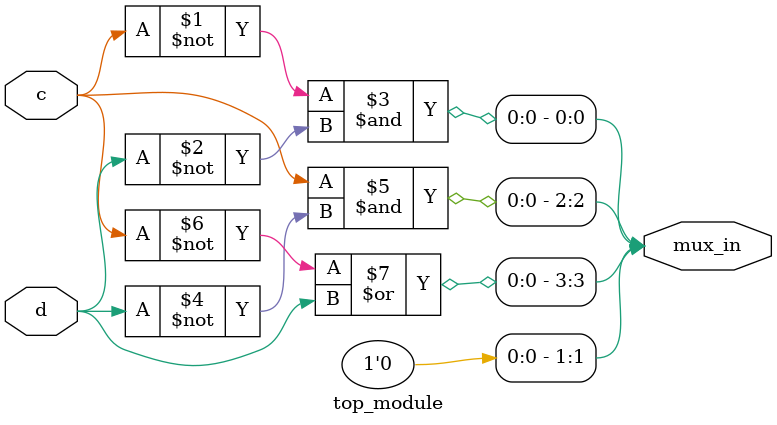
<source format=sv>
module top_module (
    input c,
    input d,
    output [3:0] mux_in
);

    // Assigning values to mux_in based on the Karnaugh map
    assign mux_in[0] = (~c & ~d);  // ab = 00, cd = 00 -> 0, cd = 01 -> 1, cd = 11 -> 1, cd = 10 -> 1
    assign mux_in[1] = 0;          // ab = 01, cd = 00 -> 0, cd = 01 -> 0, cd = 11 -> 0, cd = 10 -> 0
    assign mux_in[2] = (c & ~d);   // ab = 11, cd = 00 -> 0, cd = 01 -> 0, cd = 11 -> 1, cd = 10 -> 0
    assign mux_in[3] = (~c | d);   // ab = 10, cd = 00 -> 1, cd = 01 -> 0, cd = 11 -> 1, cd = 10 -> 1

endmodule

</source>
